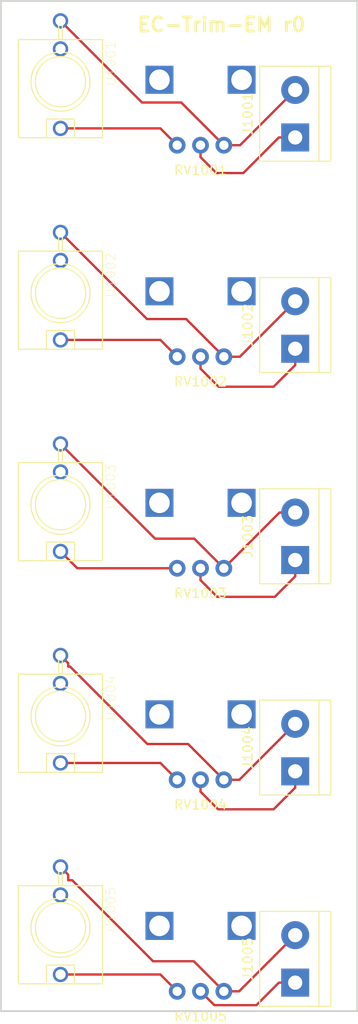
<source format=kicad_pcb>
(kicad_pcb (version 20171130) (host pcbnew "(5.0.1-3-g963ef8bb5)")

  (general
    (thickness 1.6)
    (drawings 5)
    (tracks 65)
    (zones 0)
    (modules 15)
    (nets 21)
  )

  (page A4)
  (layers
    (0 F.Cu signal)
    (31 B.Cu signal)
    (32 B.Adhes user)
    (33 F.Adhes user)
    (34 B.Paste user)
    (35 F.Paste user)
    (36 B.SilkS user)
    (37 F.SilkS user)
    (38 B.Mask user)
    (39 F.Mask user)
    (40 Dwgs.User user)
    (41 Cmts.User user)
    (42 Eco1.User user)
    (43 Eco2.User user)
    (44 Edge.Cuts user)
    (45 Margin user)
    (46 B.CrtYd user)
    (47 F.CrtYd user)
    (48 B.Fab user)
    (49 F.Fab user hide)
  )

  (setup
    (last_trace_width 0.25)
    (trace_clearance 0.2)
    (zone_clearance 0.508)
    (zone_45_only no)
    (trace_min 0.2)
    (segment_width 0.2)
    (edge_width 0.15)
    (via_size 0.8)
    (via_drill 0.4)
    (via_min_size 0.4)
    (via_min_drill 0.3)
    (uvia_size 0.3)
    (uvia_drill 0.1)
    (uvias_allowed no)
    (uvia_min_size 0.2)
    (uvia_min_drill 0.1)
    (pcb_text_width 0.3)
    (pcb_text_size 1.5 1.5)
    (mod_edge_width 0.15)
    (mod_text_size 1 1)
    (mod_text_width 0.15)
    (pad_size 1.524 1.524)
    (pad_drill 0.762)
    (pad_to_mask_clearance 0.051)
    (solder_mask_min_width 0.25)
    (aux_axis_origin 0 0)
    (visible_elements FFFFFF7F)
    (pcbplotparams
      (layerselection 0x010fc_ffffffff)
      (usegerberextensions false)
      (usegerberattributes false)
      (usegerberadvancedattributes false)
      (creategerberjobfile false)
      (excludeedgelayer true)
      (linewidth 0.100000)
      (plotframeref false)
      (viasonmask false)
      (mode 1)
      (useauxorigin false)
      (hpglpennumber 1)
      (hpglpenspeed 20)
      (hpglpendiameter 15.000000)
      (psnegative false)
      (psa4output false)
      (plotreference true)
      (plotvalue true)
      (plotinvisibletext false)
      (padsonsilk false)
      (subtractmaskfromsilk false)
      (outputformat 1)
      (mirror false)
      (drillshape 0)
      (scaleselection 1)
      (outputdirectory ""))
  )

  (net 0 "")
  (net 1 "Net-(J1001-Pad1)")
  (net 2 "Net-(J1001-Pad2)")
  (net 3 "Net-(J1002-Pad2)")
  (net 4 "Net-(J1002-Pad1)")
  (net 5 "Net-(J1003-Pad1)")
  (net 6 "Net-(J1003-Pad2)")
  (net 7 "Net-(J1004-Pad2)")
  (net 8 "Net-(J1004-Pad1)")
  (net 9 "Net-(J1005-Pad1)")
  (net 10 "Net-(J1005-Pad2)")
  (net 11 "Net-(RV1001-Pad1)")
  (net 12 "Net-(RV1002-Pad1)")
  (net 13 "Net-(RV1003-Pad1)")
  (net 14 "Net-(RV1004-Pad1)")
  (net 15 "Net-(RV1005-Pad1)")
  (net 16 "Net-(U1001-PadP$2)")
  (net 17 "Net-(U1002-PadP$2)")
  (net 18 "Net-(U1003-PadP$2)")
  (net 19 "Net-(U1004-PadP$2)")
  (net 20 "Net-(U1005-PadP$2)")

  (net_class Default "This is the default net class."
    (clearance 0.2)
    (trace_width 0.25)
    (via_dia 0.8)
    (via_drill 0.4)
    (uvia_dia 0.3)
    (uvia_drill 0.1)
    (add_net "Net-(J1001-Pad1)")
    (add_net "Net-(J1001-Pad2)")
    (add_net "Net-(J1002-Pad1)")
    (add_net "Net-(J1002-Pad2)")
    (add_net "Net-(J1003-Pad1)")
    (add_net "Net-(J1003-Pad2)")
    (add_net "Net-(J1004-Pad1)")
    (add_net "Net-(J1004-Pad2)")
    (add_net "Net-(J1005-Pad1)")
    (add_net "Net-(J1005-Pad2)")
    (add_net "Net-(RV1001-Pad1)")
    (add_net "Net-(RV1002-Pad1)")
    (add_net "Net-(RV1003-Pad1)")
    (add_net "Net-(RV1004-Pad1)")
    (add_net "Net-(RV1005-Pad1)")
    (add_net "Net-(U1001-PadP$2)")
    (add_net "Net-(U1002-PadP$2)")
    (add_net "Net-(U1003-PadP$2)")
    (add_net "Net-(U1004-PadP$2)")
    (add_net "Net-(U1005-PadP$2)")
  )

  (module TerminalBlock:TerminalBlock_bornier-2_P5.08mm (layer F.Cu) (tedit 59FF03AB) (tstamp 5DC7A591)
    (at 107.601 121.539 90)
    (descr "simple 2-pin terminal block, pitch 5.08mm, revamped version of bornier2")
    (tags "terminal block bornier2")
    (path /5DBB182E)
    (fp_text reference J1004 (at 2.54 -5.08 90) (layer F.SilkS)
      (effects (font (size 1 1) (thickness 0.15)))
    )
    (fp_text value Screw_Terminal_01x02 (at 2.54 5.08 90) (layer F.Fab)
      (effects (font (size 1 1) (thickness 0.15)))
    )
    (fp_line (start 7.79 4) (end -2.71 4) (layer F.CrtYd) (width 0.05))
    (fp_line (start 7.79 4) (end 7.79 -4) (layer F.CrtYd) (width 0.05))
    (fp_line (start -2.71 -4) (end -2.71 4) (layer F.CrtYd) (width 0.05))
    (fp_line (start -2.71 -4) (end 7.79 -4) (layer F.CrtYd) (width 0.05))
    (fp_line (start -2.54 3.81) (end 7.62 3.81) (layer F.SilkS) (width 0.12))
    (fp_line (start -2.54 -3.81) (end -2.54 3.81) (layer F.SilkS) (width 0.12))
    (fp_line (start 7.62 -3.81) (end -2.54 -3.81) (layer F.SilkS) (width 0.12))
    (fp_line (start 7.62 3.81) (end 7.62 -3.81) (layer F.SilkS) (width 0.12))
    (fp_line (start 7.62 2.54) (end -2.54 2.54) (layer F.SilkS) (width 0.12))
    (fp_line (start 7.54 -3.75) (end -2.46 -3.75) (layer F.Fab) (width 0.1))
    (fp_line (start 7.54 3.75) (end 7.54 -3.75) (layer F.Fab) (width 0.1))
    (fp_line (start -2.46 3.75) (end 7.54 3.75) (layer F.Fab) (width 0.1))
    (fp_line (start -2.46 -3.75) (end -2.46 3.75) (layer F.Fab) (width 0.1))
    (fp_line (start -2.41 2.55) (end 7.49 2.55) (layer F.Fab) (width 0.1))
    (fp_text user %R (at 2.54 0 90) (layer F.Fab)
      (effects (font (size 1 1) (thickness 0.15)))
    )
    (pad 2 thru_hole circle (at 5.08 0 90) (size 3 3) (drill 1.52) (layers *.Cu *.Mask)
      (net 7 "Net-(J1004-Pad2)"))
    (pad 1 thru_hole rect (at 0 0 90) (size 3 3) (drill 1.52) (layers *.Cu *.Mask)
      (net 8 "Net-(J1004-Pad1)"))
    (model ${KISYS3DMOD}/TerminalBlock.3dshapes/TerminalBlock_bornier-2_P5.08mm.wrl
      (offset (xyz 2.539999961853027 0 0))
      (scale (xyz 1 1 1))
      (rotate (xyz 0 0 0))
    )
  )

  (module TerminalBlock:TerminalBlock_bornier-2_P5.08mm (layer F.Cu) (tedit 59FF03AB) (tstamp 5DC7A5A6)
    (at 107.601 144.145 90)
    (descr "simple 2-pin terminal block, pitch 5.08mm, revamped version of bornier2")
    (tags "terminal block bornier2")
    (path /5DBB216E)
    (fp_text reference J1005 (at 2.54 -5.08 90) (layer F.SilkS)
      (effects (font (size 1 1) (thickness 0.15)))
    )
    (fp_text value Screw_Terminal_01x02 (at 2.54 5.08 90) (layer F.Fab)
      (effects (font (size 1 1) (thickness 0.15)))
    )
    (fp_text user %R (at 2.54 0 90) (layer F.Fab)
      (effects (font (size 1 1) (thickness 0.15)))
    )
    (fp_line (start -2.41 2.55) (end 7.49 2.55) (layer F.Fab) (width 0.1))
    (fp_line (start -2.46 -3.75) (end -2.46 3.75) (layer F.Fab) (width 0.1))
    (fp_line (start -2.46 3.75) (end 7.54 3.75) (layer F.Fab) (width 0.1))
    (fp_line (start 7.54 3.75) (end 7.54 -3.75) (layer F.Fab) (width 0.1))
    (fp_line (start 7.54 -3.75) (end -2.46 -3.75) (layer F.Fab) (width 0.1))
    (fp_line (start 7.62 2.54) (end -2.54 2.54) (layer F.SilkS) (width 0.12))
    (fp_line (start 7.62 3.81) (end 7.62 -3.81) (layer F.SilkS) (width 0.12))
    (fp_line (start 7.62 -3.81) (end -2.54 -3.81) (layer F.SilkS) (width 0.12))
    (fp_line (start -2.54 -3.81) (end -2.54 3.81) (layer F.SilkS) (width 0.12))
    (fp_line (start -2.54 3.81) (end 7.62 3.81) (layer F.SilkS) (width 0.12))
    (fp_line (start -2.71 -4) (end 7.79 -4) (layer F.CrtYd) (width 0.05))
    (fp_line (start -2.71 -4) (end -2.71 4) (layer F.CrtYd) (width 0.05))
    (fp_line (start 7.79 4) (end 7.79 -4) (layer F.CrtYd) (width 0.05))
    (fp_line (start 7.79 4) (end -2.71 4) (layer F.CrtYd) (width 0.05))
    (pad 1 thru_hole rect (at 0 0 90) (size 3 3) (drill 1.52) (layers *.Cu *.Mask)
      (net 9 "Net-(J1005-Pad1)"))
    (pad 2 thru_hole circle (at 5.08 0 90) (size 3 3) (drill 1.52) (layers *.Cu *.Mask)
      (net 10 "Net-(J1005-Pad2)"))
    (model ${KISYS3DMOD}/TerminalBlock.3dshapes/TerminalBlock_bornier-2_P5.08mm.wrl
      (offset (xyz 2.539999961853027 0 0))
      (scale (xyz 1 1 1))
      (rotate (xyz 0 0 0))
    )
  )

  (module euroconverter:Thonk_9mm_TrimPot (layer F.Cu) (tedit 5D754D9C) (tstamp 5DC7A5B8)
    (at 97.455 77.18275)
    (path /5DBB0FE5)
    (fp_text reference RV1002 (at 0 2.667) (layer F.SilkS)
      (effects (font (size 1 1) (thickness 0.15)))
    )
    (fp_text value R_POT_US (at 0 -10.033) (layer F.Fab)
      (effects (font (size 1 1) (thickness 0.15)))
    )
    (pad "" thru_hole rect (at -4.4 -7) (size 3 3) (drill 2.2) (layers *.Cu *.Mask))
    (pad "" thru_hole rect (at 4.4 -7) (size 3 3) (drill 2.2) (layers *.Cu *.Mask))
    (pad 1 thru_hole circle (at -2.5 0) (size 1.8 1.8) (drill 1) (layers *.Cu *.Mask)
      (net 12 "Net-(RV1002-Pad1)"))
    (pad 3 thru_hole circle (at 2.5 0) (size 1.8 1.8) (drill 1) (layers *.Cu *.Mask)
      (net 3 "Net-(J1002-Pad2)"))
    (pad 2 thru_hole circle (at 0 0) (size 1.8 1.8) (drill 1) (layers *.Cu *.Mask)
      (net 4 "Net-(J1002-Pad1)"))
  )

  (module euroconverter:Thonk_9mm_TrimPot (layer F.Cu) (tedit 5D754D9C) (tstamp 5DC7A5CA)
    (at 97.455 122.44425)
    (path /5DBB1835)
    (fp_text reference RV1004 (at 0 2.667) (layer F.SilkS)
      (effects (font (size 1 1) (thickness 0.15)))
    )
    (fp_text value R_POT_US (at 0 -10.033) (layer F.Fab)
      (effects (font (size 1 1) (thickness 0.15)))
    )
    (pad "" thru_hole rect (at -4.4 -7) (size 3 3) (drill 2.2) (layers *.Cu *.Mask))
    (pad "" thru_hole rect (at 4.4 -7) (size 3 3) (drill 2.2) (layers *.Cu *.Mask))
    (pad 1 thru_hole circle (at -2.5 0) (size 1.8 1.8) (drill 1) (layers *.Cu *.Mask)
      (net 14 "Net-(RV1004-Pad1)"))
    (pad 3 thru_hole circle (at 2.5 0) (size 1.8 1.8) (drill 1) (layers *.Cu *.Mask)
      (net 7 "Net-(J1004-Pad2)"))
    (pad 2 thru_hole circle (at 0 0) (size 1.8 1.8) (drill 1) (layers *.Cu *.Mask)
      (net 8 "Net-(J1004-Pad1)"))
  )

  (module euroconverter:Thonk_9mm_TrimPot (layer F.Cu) (tedit 5D754D9C) (tstamp 5DC7A5D3)
    (at 97.455 145.075)
    (path /5DBB2175)
    (fp_text reference RV1005 (at 0 2.667) (layer F.SilkS)
      (effects (font (size 1 1) (thickness 0.15)))
    )
    (fp_text value R_POT_US (at 0 -10.033) (layer F.Fab)
      (effects (font (size 1 1) (thickness 0.15)))
    )
    (pad 2 thru_hole circle (at 0 0) (size 1.8 1.8) (drill 1) (layers *.Cu *.Mask)
      (net 9 "Net-(J1005-Pad1)"))
    (pad 3 thru_hole circle (at 2.5 0) (size 1.8 1.8) (drill 1) (layers *.Cu *.Mask)
      (net 10 "Net-(J1005-Pad2)"))
    (pad 1 thru_hole circle (at -2.5 0) (size 1.8 1.8) (drill 1) (layers *.Cu *.Mask)
      (net 15 "Net-(RV1005-Pad1)"))
    (pad "" thru_hole rect (at 4.4 -7) (size 3 3) (drill 2.2) (layers *.Cu *.Mask))
    (pad "" thru_hole rect (at -4.4 -7) (size 3 3) (drill 2.2) (layers *.Cu *.Mask))
  )

  (module euroconverter:Thonk_9mm_TrimPot (layer F.Cu) (tedit 5D754D9C) (tstamp 5DC7A5C1)
    (at 97.455 99.8135)
    (path /5DBB12B2)
    (fp_text reference RV1003 (at 0 2.667) (layer F.SilkS)
      (effects (font (size 1 1) (thickness 0.15)))
    )
    (fp_text value R_POT_US (at 0 -10.033) (layer F.Fab)
      (effects (font (size 1 1) (thickness 0.15)))
    )
    (pad 2 thru_hole circle (at 0 0) (size 1.8 1.8) (drill 1) (layers *.Cu *.Mask)
      (net 5 "Net-(J1003-Pad1)"))
    (pad 3 thru_hole circle (at 2.5 0) (size 1.8 1.8) (drill 1) (layers *.Cu *.Mask)
      (net 6 "Net-(J1003-Pad2)"))
    (pad 1 thru_hole circle (at -2.5 0) (size 1.8 1.8) (drill 1) (layers *.Cu *.Mask)
      (net 13 "Net-(RV1003-Pad1)"))
    (pad "" thru_hole rect (at 4.4 -7) (size 3 3) (drill 2.2) (layers *.Cu *.Mask))
    (pad "" thru_hole rect (at -4.4 -7) (size 3 3) (drill 2.2) (layers *.Cu *.Mask))
  )

  (module TerminalBlock:TerminalBlock_bornier-2_P5.08mm (layer F.Cu) (tedit 59FF03AB) (tstamp 5DC7A567)
    (at 107.601 76.327 90)
    (descr "simple 2-pin terminal block, pitch 5.08mm, revamped version of bornier2")
    (tags "terminal block bornier2")
    (path /5DBB0FDE)
    (fp_text reference J1002 (at 2.54 -5.08 90) (layer F.SilkS)
      (effects (font (size 1 1) (thickness 0.15)))
    )
    (fp_text value Screw_Terminal_01x02 (at 2.54 5.08 90) (layer F.Fab)
      (effects (font (size 1 1) (thickness 0.15)))
    )
    (fp_line (start 7.79 4) (end -2.71 4) (layer F.CrtYd) (width 0.05))
    (fp_line (start 7.79 4) (end 7.79 -4) (layer F.CrtYd) (width 0.05))
    (fp_line (start -2.71 -4) (end -2.71 4) (layer F.CrtYd) (width 0.05))
    (fp_line (start -2.71 -4) (end 7.79 -4) (layer F.CrtYd) (width 0.05))
    (fp_line (start -2.54 3.81) (end 7.62 3.81) (layer F.SilkS) (width 0.12))
    (fp_line (start -2.54 -3.81) (end -2.54 3.81) (layer F.SilkS) (width 0.12))
    (fp_line (start 7.62 -3.81) (end -2.54 -3.81) (layer F.SilkS) (width 0.12))
    (fp_line (start 7.62 3.81) (end 7.62 -3.81) (layer F.SilkS) (width 0.12))
    (fp_line (start 7.62 2.54) (end -2.54 2.54) (layer F.SilkS) (width 0.12))
    (fp_line (start 7.54 -3.75) (end -2.46 -3.75) (layer F.Fab) (width 0.1))
    (fp_line (start 7.54 3.75) (end 7.54 -3.75) (layer F.Fab) (width 0.1))
    (fp_line (start -2.46 3.75) (end 7.54 3.75) (layer F.Fab) (width 0.1))
    (fp_line (start -2.46 -3.75) (end -2.46 3.75) (layer F.Fab) (width 0.1))
    (fp_line (start -2.41 2.55) (end 7.49 2.55) (layer F.Fab) (width 0.1))
    (fp_text user %R (at 2.54 0 90) (layer F.Fab)
      (effects (font (size 1 1) (thickness 0.15)))
    )
    (pad 2 thru_hole circle (at 5.08 0 90) (size 3 3) (drill 1.52) (layers *.Cu *.Mask)
      (net 3 "Net-(J1002-Pad2)"))
    (pad 1 thru_hole rect (at 0 0 90) (size 3 3) (drill 1.52) (layers *.Cu *.Mask)
      (net 4 "Net-(J1002-Pad1)"))
    (model ${KISYS3DMOD}/TerminalBlock.3dshapes/TerminalBlock_bornier-2_P5.08mm.wrl
      (offset (xyz 2.539999961853027 0 0))
      (scale (xyz 1 1 1))
      (rotate (xyz 0 0 0))
    )
  )

  (module TerminalBlock:TerminalBlock_bornier-2_P5.08mm (layer F.Cu) (tedit 59FF03AB) (tstamp 5DC7A57C)
    (at 107.601 98.933 90)
    (descr "simple 2-pin terminal block, pitch 5.08mm, revamped version of bornier2")
    (tags "terminal block bornier2")
    (path /5DBB12AB)
    (fp_text reference J1003 (at 2.54 -5.08 90) (layer F.SilkS)
      (effects (font (size 1 1) (thickness 0.15)))
    )
    (fp_text value Screw_Terminal_01x02 (at 2.54 5.08 90) (layer F.Fab)
      (effects (font (size 1 1) (thickness 0.15)))
    )
    (fp_text user %R (at 2.54 0 90) (layer F.Fab)
      (effects (font (size 1 1) (thickness 0.15)))
    )
    (fp_line (start -2.41 2.55) (end 7.49 2.55) (layer F.Fab) (width 0.1))
    (fp_line (start -2.46 -3.75) (end -2.46 3.75) (layer F.Fab) (width 0.1))
    (fp_line (start -2.46 3.75) (end 7.54 3.75) (layer F.Fab) (width 0.1))
    (fp_line (start 7.54 3.75) (end 7.54 -3.75) (layer F.Fab) (width 0.1))
    (fp_line (start 7.54 -3.75) (end -2.46 -3.75) (layer F.Fab) (width 0.1))
    (fp_line (start 7.62 2.54) (end -2.54 2.54) (layer F.SilkS) (width 0.12))
    (fp_line (start 7.62 3.81) (end 7.62 -3.81) (layer F.SilkS) (width 0.12))
    (fp_line (start 7.62 -3.81) (end -2.54 -3.81) (layer F.SilkS) (width 0.12))
    (fp_line (start -2.54 -3.81) (end -2.54 3.81) (layer F.SilkS) (width 0.12))
    (fp_line (start -2.54 3.81) (end 7.62 3.81) (layer F.SilkS) (width 0.12))
    (fp_line (start -2.71 -4) (end 7.79 -4) (layer F.CrtYd) (width 0.05))
    (fp_line (start -2.71 -4) (end -2.71 4) (layer F.CrtYd) (width 0.05))
    (fp_line (start 7.79 4) (end 7.79 -4) (layer F.CrtYd) (width 0.05))
    (fp_line (start 7.79 4) (end -2.71 4) (layer F.CrtYd) (width 0.05))
    (pad 1 thru_hole rect (at 0 0 90) (size 3 3) (drill 1.52) (layers *.Cu *.Mask)
      (net 5 "Net-(J1003-Pad1)"))
    (pad 2 thru_hole circle (at 5.08 0 90) (size 3 3) (drill 1.52) (layers *.Cu *.Mask)
      (net 6 "Net-(J1003-Pad2)"))
    (model ${KISYS3DMOD}/TerminalBlock.3dshapes/TerminalBlock_bornier-2_P5.08mm.wrl
      (offset (xyz 2.539999961853027 0 0))
      (scale (xyz 1 1 1))
      (rotate (xyz 0 0 0))
    )
  )

  (module WQP-PJ301M-12_JACK:WQP-PJ301M-12_JACK (layer F.Cu) (tedit 5DBB288E) (tstamp 5DC7A62F)
    (at 82.455 115.64425 180)
    (path /5DBB1827)
    (fp_text reference U1004 (at -5.3848 1.9304 270) (layer F.SilkS)
      (effects (font (size 1 1) (thickness 0.05)))
    )
    (fp_text value WQP-PJ301M-12_JACK (at 0 0 180) (layer F.SilkS) hide
      (effects (font (size 1 0.9) (thickness 0.05)))
    )
    (fp_poly (pts (xy -2.8 -2.8) (xy 2.8 -2.8) (xy 2.8 2.8) (xy -2.8 2.8)) (layer Dwgs.User) (width 0))
    (fp_line (start 0.2 6.7) (end 0.2 4.5) (layer F.SilkS) (width 0.127))
    (fp_line (start -0.2 6.7) (end 0.2 6.7) (layer F.SilkS) (width 0.127))
    (fp_line (start -0.2 4.6) (end -0.2 6.7) (layer F.SilkS) (width 0.127))
    (fp_circle (center 0 0) (end 2.69072 0) (layer F.SilkS) (width 0.127))
    (fp_line (start 1.5 -4) (end 1.5 -6) (layer F.SilkS) (width 0.127))
    (fp_line (start -1.5 -4) (end 1.5 -4) (layer F.SilkS) (width 0.127))
    (fp_line (start -1.5 -6) (end -1.5 -4) (layer F.SilkS) (width 0.127))
    (fp_circle (center 0 0) (end 3.16228 0) (layer F.SilkS) (width 0.127))
    (fp_line (start 4.5 4.5) (end 4.5 -6) (layer F.SilkS) (width 0.127))
    (fp_line (start 0.2 4.5) (end 4.5 4.5) (layer F.SilkS) (width 0.127))
    (fp_line (start -4.5 4.5) (end 0.2 4.5) (layer F.SilkS) (width 0.127))
    (fp_line (start -4.5 -6) (end -4.5 4.5) (layer F.SilkS) (width 0.127))
    (fp_line (start 1.5 -6) (end 4.5 -6) (layer F.SilkS) (width 0.127))
    (fp_line (start -1.5 -6) (end 1.5 -6) (layer F.SilkS) (width 0.127))
    (fp_line (start -4.5 -6) (end -1.5 -6) (layer F.SilkS) (width 0.127))
    (pad P$3 thru_hole circle (at 0 6.5 180) (size 1.65 1.65) (drill 1.1) (layers *.Cu *.Mask)
      (net 7 "Net-(J1004-Pad2)"))
    (pad P$2 thru_hole circle (at 0 3.5 180) (size 1.65 1.65) (drill 1.1) (layers *.Cu *.Mask)
      (net 19 "Net-(U1004-PadP$2)"))
    (pad P$1 thru_hole circle (at 0 -5 180) (size 1.65 1.65) (drill 1.1) (layers *.Cu *.Mask)
      (net 14 "Net-(RV1004-Pad1)"))
  )

  (module WQP-PJ301M-12_JACK:WQP-PJ301M-12_JACK (layer F.Cu) (tedit 5DBB2891) (tstamp 5DC7A646)
    (at 82.455 138.275 180)
    (path /5DBB2167)
    (fp_text reference U1005 (at -5.3848 1.9304 270) (layer F.SilkS)
      (effects (font (size 1 1) (thickness 0.05)))
    )
    (fp_text value WQP-PJ301M-12_JACK (at 0 0 180) (layer F.SilkS) hide
      (effects (font (size 1 0.9) (thickness 0.05)))
    )
    (fp_line (start -4.5 -6) (end -1.5 -6) (layer F.SilkS) (width 0.127))
    (fp_line (start -1.5 -6) (end 1.5 -6) (layer F.SilkS) (width 0.127))
    (fp_line (start 1.5 -6) (end 4.5 -6) (layer F.SilkS) (width 0.127))
    (fp_line (start -4.5 -6) (end -4.5 4.5) (layer F.SilkS) (width 0.127))
    (fp_line (start -4.5 4.5) (end 0.2 4.5) (layer F.SilkS) (width 0.127))
    (fp_line (start 0.2 4.5) (end 4.5 4.5) (layer F.SilkS) (width 0.127))
    (fp_line (start 4.5 4.5) (end 4.5 -6) (layer F.SilkS) (width 0.127))
    (fp_circle (center 0 0) (end 3.16228 0) (layer F.SilkS) (width 0.127))
    (fp_line (start -1.5 -6) (end -1.5 -4) (layer F.SilkS) (width 0.127))
    (fp_line (start -1.5 -4) (end 1.5 -4) (layer F.SilkS) (width 0.127))
    (fp_line (start 1.5 -4) (end 1.5 -6) (layer F.SilkS) (width 0.127))
    (fp_circle (center 0 0) (end 2.69072 0) (layer F.SilkS) (width 0.127))
    (fp_line (start -0.2 4.6) (end -0.2 6.7) (layer F.SilkS) (width 0.127))
    (fp_line (start -0.2 6.7) (end 0.2 6.7) (layer F.SilkS) (width 0.127))
    (fp_line (start 0.2 6.7) (end 0.2 4.5) (layer F.SilkS) (width 0.127))
    (fp_poly (pts (xy -2.8 -2.8) (xy 2.8 -2.8) (xy 2.8 2.8) (xy -2.8 2.8)) (layer Dwgs.User) (width 0))
    (pad P$1 thru_hole circle (at 0 -5 180) (size 1.65 1.65) (drill 1.1) (layers *.Cu *.Mask)
      (net 15 "Net-(RV1005-Pad1)"))
    (pad P$2 thru_hole circle (at 0 3.5 180) (size 1.65 1.65) (drill 1.1) (layers *.Cu *.Mask)
      (net 20 "Net-(U1005-PadP$2)"))
    (pad P$3 thru_hole circle (at 0 6.5 180) (size 1.65 1.65) (drill 1.1) (layers *.Cu *.Mask)
      (net 10 "Net-(J1005-Pad2)"))
  )

  (module WQP-PJ301M-12_JACK:WQP-PJ301M-12_JACK (layer F.Cu) (tedit 5DBB2887) (tstamp 5DC7A601)
    (at 82.455 70.38275 180)
    (path /5DBB0FD7)
    (fp_text reference U1002 (at -5.3848 1.9304 270) (layer F.SilkS)
      (effects (font (size 1 1) (thickness 0.05)))
    )
    (fp_text value WQP-PJ301M-12_JACK (at 0 0 180) (layer F.SilkS) hide
      (effects (font (size 1 0.9) (thickness 0.05)))
    )
    (fp_poly (pts (xy -2.8 -2.8) (xy 2.8 -2.8) (xy 2.8 2.8) (xy -2.8 2.8)) (layer Dwgs.User) (width 0))
    (fp_line (start 0.2 6.7) (end 0.2 4.5) (layer F.SilkS) (width 0.127))
    (fp_line (start -0.2 6.7) (end 0.2 6.7) (layer F.SilkS) (width 0.127))
    (fp_line (start -0.2 4.6) (end -0.2 6.7) (layer F.SilkS) (width 0.127))
    (fp_circle (center 0 0) (end 2.69072 0) (layer F.SilkS) (width 0.127))
    (fp_line (start 1.5 -4) (end 1.5 -6) (layer F.SilkS) (width 0.127))
    (fp_line (start -1.5 -4) (end 1.5 -4) (layer F.SilkS) (width 0.127))
    (fp_line (start -1.5 -6) (end -1.5 -4) (layer F.SilkS) (width 0.127))
    (fp_circle (center 0 0) (end 3.16228 0) (layer F.SilkS) (width 0.127))
    (fp_line (start 4.5 4.5) (end 4.5 -6) (layer F.SilkS) (width 0.127))
    (fp_line (start 0.2 4.5) (end 4.5 4.5) (layer F.SilkS) (width 0.127))
    (fp_line (start -4.5 4.5) (end 0.2 4.5) (layer F.SilkS) (width 0.127))
    (fp_line (start -4.5 -6) (end -4.5 4.5) (layer F.SilkS) (width 0.127))
    (fp_line (start 1.5 -6) (end 4.5 -6) (layer F.SilkS) (width 0.127))
    (fp_line (start -1.5 -6) (end 1.5 -6) (layer F.SilkS) (width 0.127))
    (fp_line (start -4.5 -6) (end -1.5 -6) (layer F.SilkS) (width 0.127))
    (pad P$3 thru_hole circle (at 0 6.5 180) (size 1.65 1.65) (drill 1.1) (layers *.Cu *.Mask)
      (net 3 "Net-(J1002-Pad2)"))
    (pad P$2 thru_hole circle (at 0 3.5 180) (size 1.65 1.65) (drill 1.1) (layers *.Cu *.Mask)
      (net 17 "Net-(U1002-PadP$2)"))
    (pad P$1 thru_hole circle (at 0 -5 180) (size 1.65 1.65) (drill 1.1) (layers *.Cu *.Mask)
      (net 12 "Net-(RV1002-Pad1)"))
  )

  (module WQP-PJ301M-12_JACK:WQP-PJ301M-12_JACK (layer F.Cu) (tedit 5DBB288A) (tstamp 5DC7A618)
    (at 82.455 93.0135 180)
    (path /5DBB12A4)
    (fp_text reference U1003 (at -5.3848 1.9304 270) (layer F.SilkS)
      (effects (font (size 1 1) (thickness 0.05)))
    )
    (fp_text value WQP-PJ301M-12_JACK (at 0 0 180) (layer F.SilkS) hide
      (effects (font (size 1 0.9) (thickness 0.05)))
    )
    (fp_line (start -4.5 -6) (end -1.5 -6) (layer F.SilkS) (width 0.127))
    (fp_line (start -1.5 -6) (end 1.5 -6) (layer F.SilkS) (width 0.127))
    (fp_line (start 1.5 -6) (end 4.5 -6) (layer F.SilkS) (width 0.127))
    (fp_line (start -4.5 -6) (end -4.5 4.5) (layer F.SilkS) (width 0.127))
    (fp_line (start -4.5 4.5) (end 0.2 4.5) (layer F.SilkS) (width 0.127))
    (fp_line (start 0.2 4.5) (end 4.5 4.5) (layer F.SilkS) (width 0.127))
    (fp_line (start 4.5 4.5) (end 4.5 -6) (layer F.SilkS) (width 0.127))
    (fp_circle (center 0 0) (end 3.16228 0) (layer F.SilkS) (width 0.127))
    (fp_line (start -1.5 -6) (end -1.5 -4) (layer F.SilkS) (width 0.127))
    (fp_line (start -1.5 -4) (end 1.5 -4) (layer F.SilkS) (width 0.127))
    (fp_line (start 1.5 -4) (end 1.5 -6) (layer F.SilkS) (width 0.127))
    (fp_circle (center 0 0) (end 2.69072 0) (layer F.SilkS) (width 0.127))
    (fp_line (start -0.2 4.6) (end -0.2 6.7) (layer F.SilkS) (width 0.127))
    (fp_line (start -0.2 6.7) (end 0.2 6.7) (layer F.SilkS) (width 0.127))
    (fp_line (start 0.2 6.7) (end 0.2 4.5) (layer F.SilkS) (width 0.127))
    (fp_poly (pts (xy -2.8 -2.8) (xy 2.8 -2.8) (xy 2.8 2.8) (xy -2.8 2.8)) (layer Dwgs.User) (width 0))
    (pad P$1 thru_hole circle (at 0 -5 180) (size 1.65 1.65) (drill 1.1) (layers *.Cu *.Mask)
      (net 13 "Net-(RV1003-Pad1)"))
    (pad P$2 thru_hole circle (at 0 3.5 180) (size 1.65 1.65) (drill 1.1) (layers *.Cu *.Mask)
      (net 18 "Net-(U1003-PadP$2)"))
    (pad P$3 thru_hole circle (at 0 6.5 180) (size 1.65 1.65) (drill 1.1) (layers *.Cu *.Mask)
      (net 6 "Net-(J1003-Pad2)"))
  )

  (module TerminalBlock:TerminalBlock_bornier-2_P5.08mm (layer F.Cu) (tedit 59FF03AB) (tstamp 5DC7A908)
    (at 107.601 53.721 90)
    (descr "simple 2-pin terminal block, pitch 5.08mm, revamped version of bornier2")
    (tags "terminal block bornier2")
    (path /5D755009)
    (fp_text reference J1001 (at 2.54 -5.08 90) (layer F.SilkS)
      (effects (font (size 1 1) (thickness 0.15)))
    )
    (fp_text value Screw_Terminal_01x02 (at 2.54 5.08 90) (layer F.Fab)
      (effects (font (size 1 1) (thickness 0.15)))
    )
    (fp_text user %R (at 2.54 0 90) (layer F.Fab)
      (effects (font (size 1 1) (thickness 0.15)))
    )
    (fp_line (start -2.41 2.55) (end 7.49 2.55) (layer F.Fab) (width 0.1))
    (fp_line (start -2.46 -3.75) (end -2.46 3.75) (layer F.Fab) (width 0.1))
    (fp_line (start -2.46 3.75) (end 7.54 3.75) (layer F.Fab) (width 0.1))
    (fp_line (start 7.54 3.75) (end 7.54 -3.75) (layer F.Fab) (width 0.1))
    (fp_line (start 7.54 -3.75) (end -2.46 -3.75) (layer F.Fab) (width 0.1))
    (fp_line (start 7.62 2.54) (end -2.54 2.54) (layer F.SilkS) (width 0.12))
    (fp_line (start 7.62 3.81) (end 7.62 -3.81) (layer F.SilkS) (width 0.12))
    (fp_line (start 7.62 -3.81) (end -2.54 -3.81) (layer F.SilkS) (width 0.12))
    (fp_line (start -2.54 -3.81) (end -2.54 3.81) (layer F.SilkS) (width 0.12))
    (fp_line (start -2.54 3.81) (end 7.62 3.81) (layer F.SilkS) (width 0.12))
    (fp_line (start -2.71 -4) (end 7.79 -4) (layer F.CrtYd) (width 0.05))
    (fp_line (start -2.71 -4) (end -2.71 4) (layer F.CrtYd) (width 0.05))
    (fp_line (start 7.79 4) (end 7.79 -4) (layer F.CrtYd) (width 0.05))
    (fp_line (start 7.79 4) (end -2.71 4) (layer F.CrtYd) (width 0.05))
    (pad 1 thru_hole rect (at 0 0 90) (size 3 3) (drill 1.52) (layers *.Cu *.Mask)
      (net 1 "Net-(J1001-Pad1)"))
    (pad 2 thru_hole circle (at 5.08 0 90) (size 3 3) (drill 1.52) (layers *.Cu *.Mask)
      (net 2 "Net-(J1001-Pad2)"))
    (model ${KISYS3DMOD}/TerminalBlock.3dshapes/TerminalBlock_bornier-2_P5.08mm.wrl
      (offset (xyz 2.539999961853027 0 0))
      (scale (xyz 1 1 1))
      (rotate (xyz 0 0 0))
    )
  )

  (module euroconverter:Thonk_9mm_TrimPot (layer F.Cu) (tedit 5D754D9C) (tstamp 5DC7AA15)
    (at 97.455 54.552)
    (path /5D7551DE)
    (fp_text reference RV1001 (at 0 2.667) (layer F.SilkS)
      (effects (font (size 1 1) (thickness 0.15)))
    )
    (fp_text value R_POT_US (at 0 -10.033) (layer F.Fab)
      (effects (font (size 1 1) (thickness 0.15)))
    )
    (pad 2 thru_hole circle (at 0 0) (size 1.8 1.8) (drill 1) (layers *.Cu *.Mask)
      (net 1 "Net-(J1001-Pad1)"))
    (pad 3 thru_hole circle (at 2.5 0) (size 1.8 1.8) (drill 1) (layers *.Cu *.Mask)
      (net 2 "Net-(J1001-Pad2)"))
    (pad 1 thru_hole circle (at -2.5 0) (size 1.8 1.8) (drill 1) (layers *.Cu *.Mask)
      (net 11 "Net-(RV1001-Pad1)"))
    (pad "" thru_hole rect (at 4.4 -7) (size 3 3) (drill 2.2) (layers *.Cu *.Mask))
    (pad "" thru_hole rect (at -4.4 -7) (size 3 3) (drill 2.2) (layers *.Cu *.Mask))
  )

  (module WQP-PJ301M-12_JACK:WQP-PJ301M-12_JACK (layer F.Cu) (tedit 5DBB2884) (tstamp 5DC7ADEC)
    (at 82.455 47.752 180)
    (path /5D754F25)
    (fp_text reference U1001 (at -5.3848 1.9304 270) (layer F.SilkS)
      (effects (font (size 1 1) (thickness 0.05)))
    )
    (fp_text value WQP-PJ301M-12_JACK (at 0 0 180) (layer F.SilkS) hide
      (effects (font (size 1 0.9) (thickness 0.05)))
    )
    (fp_line (start -4.5 -6) (end -1.5 -6) (layer F.SilkS) (width 0.127))
    (fp_line (start -1.5 -6) (end 1.5 -6) (layer F.SilkS) (width 0.127))
    (fp_line (start 1.5 -6) (end 4.5 -6) (layer F.SilkS) (width 0.127))
    (fp_line (start -4.5 -6) (end -4.5 4.5) (layer F.SilkS) (width 0.127))
    (fp_line (start -4.5 4.5) (end 0.2 4.5) (layer F.SilkS) (width 0.127))
    (fp_line (start 0.2 4.5) (end 4.5 4.5) (layer F.SilkS) (width 0.127))
    (fp_line (start 4.5 4.5) (end 4.5 -6) (layer F.SilkS) (width 0.127))
    (fp_circle (center 0 0) (end 3.16228 0) (layer F.SilkS) (width 0.127))
    (fp_line (start -1.5 -6) (end -1.5 -4) (layer F.SilkS) (width 0.127))
    (fp_line (start -1.5 -4) (end 1.5 -4) (layer F.SilkS) (width 0.127))
    (fp_line (start 1.5 -4) (end 1.5 -6) (layer F.SilkS) (width 0.127))
    (fp_circle (center 0 0) (end 2.69072 0) (layer F.SilkS) (width 0.127))
    (fp_line (start -0.2 4.6) (end -0.2 6.7) (layer F.SilkS) (width 0.127))
    (fp_line (start -0.2 6.7) (end 0.2 6.7) (layer F.SilkS) (width 0.127))
    (fp_line (start 0.2 6.7) (end 0.2 4.5) (layer F.SilkS) (width 0.127))
    (fp_poly (pts (xy -2.8 -2.8) (xy 2.8 -2.8) (xy 2.8 2.8) (xy -2.8 2.8)) (layer Dwgs.User) (width 0))
    (pad P$1 thru_hole circle (at 0 -5 180) (size 1.65 1.65) (drill 1.1) (layers *.Cu *.Mask)
      (net 11 "Net-(RV1001-Pad1)"))
    (pad P$2 thru_hole circle (at 0 3.5 180) (size 1.65 1.65) (drill 1.1) (layers *.Cu *.Mask)
      (net 16 "Net-(U1001-PadP$2)"))
    (pad P$3 thru_hole circle (at 0 6.5 180) (size 1.65 1.65) (drill 1.1) (layers *.Cu *.Mask)
      (net 2 "Net-(J1001-Pad2)"))
  )

  (gr_text "EC-Trim-EM r0" (at 99.695 41.656) (layer F.SilkS)
    (effects (font (size 1.5 1.5) (thickness 0.3)))
  )
  (gr_line (start 76.073 147.193) (end 76.073 39.116) (layer Edge.Cuts) (width 0.2))
  (gr_line (start 114.246 147.193) (end 76.073 147.193) (layer Edge.Cuts) (width 0.2))
  (gr_line (start 114.246 39.116) (end 114.246 147.193) (layer Edge.Cuts) (width 0.2))
  (gr_line (start 76.073 39.116) (end 114.246 39.116) (layer Edge.Cuts) (width 0.2) (tstamp 5DC7B2D7))

  (segment (start 97.455 55.824792) (end 99.161208 57.531) (width 0.25) (layer F.Cu) (net 1))
  (segment (start 97.455 54.552) (end 97.455 55.824792) (width 0.25) (layer F.Cu) (net 1))
  (segment (start 105.851 53.721) (end 107.601 53.721) (width 0.25) (layer F.Cu) (net 1))
  (segment (start 102.041 57.531) (end 105.851 53.721) (width 0.25) (layer F.Cu) (net 1))
  (segment (start 99.161208 57.531) (end 102.041 57.531) (width 0.25) (layer F.Cu) (net 1))
  (segment (start 82.455 41.252) (end 91.186 49.983) (width 0.25) (layer F.Cu) (net 2))
  (segment (start 95.386 49.983) (end 99.955 54.552) (width 0.25) (layer F.Cu) (net 2))
  (segment (start 91.186 49.983) (end 95.386 49.983) (width 0.25) (layer F.Cu) (net 2))
  (segment (start 101.69 54.552) (end 107.601 48.641) (width 0.25) (layer F.Cu) (net 2))
  (segment (start 99.955 54.552) (end 101.69 54.552) (width 0.25) (layer F.Cu) (net 2))
  (segment (start 82.455 63.88275) (end 91.72425 73.152) (width 0.25) (layer F.Cu) (net 3))
  (segment (start 95.92425 73.152) (end 99.955 77.18275) (width 0.25) (layer F.Cu) (net 3))
  (segment (start 91.72425 73.152) (end 95.92425 73.152) (width 0.25) (layer F.Cu) (net 3))
  (segment (start 101.66525 77.18275) (end 107.601 71.247) (width 0.25) (layer F.Cu) (net 3))
  (segment (start 99.955 77.18275) (end 101.66525 77.18275) (width 0.25) (layer F.Cu) (net 3))
  (segment (start 107.601 78.077) (end 107.601 76.327) (width 0.25) (layer F.Cu) (net 4))
  (segment (start 105.287 80.391) (end 107.601 78.077) (width 0.25) (layer F.Cu) (net 4))
  (segment (start 99.390458 80.391) (end 105.287 80.391) (width 0.25) (layer F.Cu) (net 4))
  (segment (start 97.455 78.455542) (end 99.390458 80.391) (width 0.25) (layer F.Cu) (net 4))
  (segment (start 97.455 77.18275) (end 97.455 78.455542) (width 0.25) (layer F.Cu) (net 4))
  (segment (start 107.601 100.683) (end 107.601 98.933) (width 0.25) (layer F.Cu) (net 5))
  (segment (start 105.414 102.87) (end 107.601 100.683) (width 0.25) (layer F.Cu) (net 5))
  (segment (start 99.238708 102.87) (end 105.414 102.87) (width 0.25) (layer F.Cu) (net 5))
  (segment (start 97.455 101.086292) (end 99.238708 102.87) (width 0.25) (layer F.Cu) (net 5))
  (segment (start 97.455 99.8135) (end 97.455 101.086292) (width 0.25) (layer F.Cu) (net 5))
  (segment (start 105.9155 93.853) (end 107.601 93.853) (width 0.25) (layer F.Cu) (net 6))
  (segment (start 99.955 99.8135) (end 105.9155 93.853) (width 0.25) (layer F.Cu) (net 6))
  (segment (start 82.455 86.5135) (end 92.5885 96.647) (width 0.25) (layer F.Cu) (net 6))
  (segment (start 96.7885 96.647) (end 99.955 99.8135) (width 0.25) (layer F.Cu) (net 6))
  (segment (start 92.5885 96.647) (end 96.7885 96.647) (width 0.25) (layer F.Cu) (net 6))
  (segment (start 101.61575 122.44425) (end 107.601 116.459) (width 0.25) (layer F.Cu) (net 7))
  (segment (start 99.955 122.44425) (end 101.61575 122.44425) (width 0.25) (layer F.Cu) (net 7))
  (segment (start 83.279999 109.969249) (end 83.279999 110.330999) (width 0.25) (layer F.Cu) (net 7))
  (segment (start 82.455 109.14425) (end 83.279999 109.969249) (width 0.25) (layer F.Cu) (net 7))
  (segment (start 83.478159 110.330999) (end 91.76516 118.618) (width 0.25) (layer F.Cu) (net 7))
  (segment (start 83.279999 110.330999) (end 83.478159 110.330999) (width 0.25) (layer F.Cu) (net 7))
  (segment (start 96.12875 118.618) (end 99.955 122.44425) (width 0.25) (layer F.Cu) (net 7))
  (segment (start 91.76516 118.618) (end 96.12875 118.618) (width 0.25) (layer F.Cu) (net 7))
  (segment (start 107.601 123.289) (end 107.601 121.539) (width 0.25) (layer F.Cu) (net 8))
  (segment (start 99.340958 125.603) (end 105.287 125.603) (width 0.25) (layer F.Cu) (net 8))
  (segment (start 97.455 123.717042) (end 99.340958 125.603) (width 0.25) (layer F.Cu) (net 8))
  (segment (start 105.287 125.603) (end 107.601 123.289) (width 0.25) (layer F.Cu) (net 8))
  (segment (start 97.455 122.44425) (end 97.455 123.717042) (width 0.25) (layer F.Cu) (net 8))
  (segment (start 97.455 145.075) (end 98.938 146.558) (width 0.25) (layer F.Cu) (net 9))
  (segment (start 105.851 144.145) (end 107.601 144.145) (width 0.25) (layer F.Cu) (net 9))
  (segment (start 103.438 146.558) (end 105.851 144.145) (width 0.25) (layer F.Cu) (net 9))
  (segment (start 98.938 146.558) (end 103.438 146.558) (width 0.25) (layer F.Cu) (net 9))
  (segment (start 101.591 145.075) (end 107.601 139.065) (width 0.25) (layer F.Cu) (net 10))
  (segment (start 99.955 145.075) (end 101.591 145.075) (width 0.25) (layer F.Cu) (net 10))
  (segment (start 83.279999 132.599999) (end 83.279999 133.190999) (width 0.25) (layer F.Cu) (net 10))
  (segment (start 82.455 131.775) (end 83.279999 132.599999) (width 0.25) (layer F.Cu) (net 10))
  (segment (start 83.707409 133.190999) (end 92.37541 141.859) (width 0.25) (layer F.Cu) (net 10))
  (segment (start 83.279999 133.190999) (end 83.707409 133.190999) (width 0.25) (layer F.Cu) (net 10))
  (segment (start 96.739 141.859) (end 99.955 145.075) (width 0.25) (layer F.Cu) (net 10))
  (segment (start 92.37541 141.859) (end 96.739 141.859) (width 0.25) (layer F.Cu) (net 10))
  (segment (start 93.155 52.752) (end 94.955 54.552) (width 0.25) (layer F.Cu) (net 11))
  (segment (start 82.455 52.752) (end 93.155 52.752) (width 0.25) (layer F.Cu) (net 11))
  (segment (start 93.155 75.38275) (end 94.955 77.18275) (width 0.25) (layer F.Cu) (net 12))
  (segment (start 82.455 75.38275) (end 93.155 75.38275) (width 0.25) (layer F.Cu) (net 12))
  (segment (start 84.255 99.8135) (end 94.955 99.8135) (width 0.25) (layer F.Cu) (net 13))
  (segment (start 82.455 98.0135) (end 84.255 99.8135) (width 0.25) (layer F.Cu) (net 13))
  (segment (start 93.155 120.64425) (end 94.955 122.44425) (width 0.25) (layer F.Cu) (net 14))
  (segment (start 82.455 120.64425) (end 93.155 120.64425) (width 0.25) (layer F.Cu) (net 14))
  (segment (start 93.155 143.275) (end 94.955 145.075) (width 0.25) (layer F.Cu) (net 15))
  (segment (start 82.455 143.275) (end 93.155 143.275) (width 0.25) (layer F.Cu) (net 15))

)

</source>
